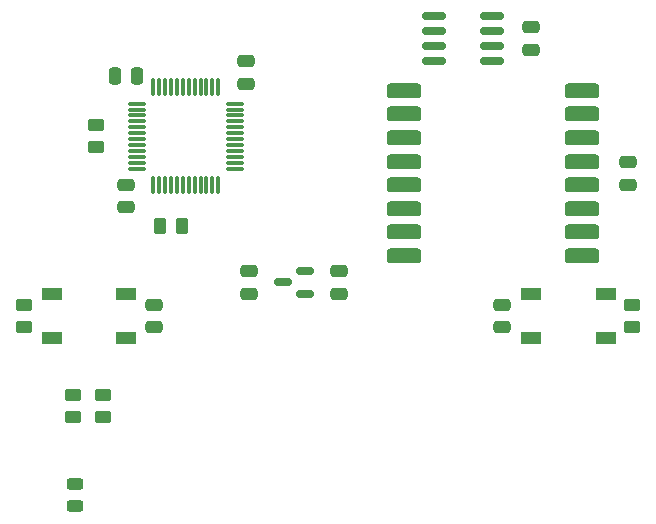
<source format=gbr>
%TF.GenerationSoftware,KiCad,Pcbnew,7.0.9*%
%TF.CreationDate,2023-12-31T17:17:44+01:00*%
%TF.ProjectId,power_switch,706f7765-725f-4737-9769-7463682e6b69,rev?*%
%TF.SameCoordinates,Original*%
%TF.FileFunction,Paste,Top*%
%TF.FilePolarity,Positive*%
%FSLAX46Y46*%
G04 Gerber Fmt 4.6, Leading zero omitted, Abs format (unit mm)*
G04 Created by KiCad (PCBNEW 7.0.9) date 2023-12-31 17:17:44*
%MOMM*%
%LPD*%
G01*
G04 APERTURE LIST*
G04 Aperture macros list*
%AMRoundRect*
0 Rectangle with rounded corners*
0 $1 Rounding radius*
0 $2 $3 $4 $5 $6 $7 $8 $9 X,Y pos of 4 corners*
0 Add a 4 corners polygon primitive as box body*
4,1,4,$2,$3,$4,$5,$6,$7,$8,$9,$2,$3,0*
0 Add four circle primitives for the rounded corners*
1,1,$1+$1,$2,$3*
1,1,$1+$1,$4,$5*
1,1,$1+$1,$6,$7*
1,1,$1+$1,$8,$9*
0 Add four rect primitives between the rounded corners*
20,1,$1+$1,$2,$3,$4,$5,0*
20,1,$1+$1,$4,$5,$6,$7,0*
20,1,$1+$1,$6,$7,$8,$9,0*
20,1,$1+$1,$8,$9,$2,$3,0*%
G04 Aperture macros list end*
%ADD10RoundRect,0.250000X-0.475000X0.250000X-0.475000X-0.250000X0.475000X-0.250000X0.475000X0.250000X0*%
%ADD11RoundRect,0.250000X-0.450000X0.262500X-0.450000X-0.262500X0.450000X-0.262500X0.450000X0.262500X0*%
%ADD12RoundRect,0.243750X0.456250X-0.243750X0.456250X0.243750X-0.456250X0.243750X-0.456250X-0.243750X0*%
%ADD13RoundRect,0.317500X-1.157500X-0.317500X1.157500X-0.317500X1.157500X0.317500X-1.157500X0.317500X0*%
%ADD14RoundRect,0.150000X0.587500X0.150000X-0.587500X0.150000X-0.587500X-0.150000X0.587500X-0.150000X0*%
%ADD15RoundRect,0.150000X-0.825000X-0.150000X0.825000X-0.150000X0.825000X0.150000X-0.825000X0.150000X0*%
%ADD16RoundRect,0.250000X0.475000X-0.250000X0.475000X0.250000X-0.475000X0.250000X-0.475000X-0.250000X0*%
%ADD17RoundRect,0.250000X0.450000X-0.262500X0.450000X0.262500X-0.450000X0.262500X-0.450000X-0.262500X0*%
%ADD18R,1.800000X1.100000*%
%ADD19RoundRect,0.250000X0.250000X0.475000X-0.250000X0.475000X-0.250000X-0.475000X0.250000X-0.475000X0*%
%ADD20RoundRect,0.075000X0.075000X-0.662500X0.075000X0.662500X-0.075000X0.662500X-0.075000X-0.662500X0*%
%ADD21RoundRect,0.075000X0.662500X-0.075000X0.662500X0.075000X-0.662500X0.075000X-0.662500X-0.075000X0*%
%ADD22RoundRect,0.250000X-0.262500X-0.450000X0.262500X-0.450000X0.262500X0.450000X-0.262500X0.450000X0*%
G04 APERTURE END LIST*
D10*
%TO.C,C7*%
X153670000Y-42865000D03*
X153670000Y-44765000D03*
%TD*%
%TO.C,C8*%
X111125000Y-44770000D03*
X111125000Y-46670000D03*
%TD*%
D11*
%TO.C,R1*%
X106680000Y-62587500D03*
X106680000Y-64412500D03*
%TD*%
D12*
%TO.C,D1*%
X106850000Y-71937500D03*
X106850000Y-70062500D03*
%TD*%
D13*
%TO.C,U4*%
X134715000Y-36800000D03*
X134715000Y-38800000D03*
X134715000Y-40800000D03*
X134715000Y-42800000D03*
X134715000Y-44800000D03*
X134715000Y-46800000D03*
X134715000Y-48800000D03*
X134715000Y-50800000D03*
X149765000Y-50800000D03*
X149765000Y-48800000D03*
X149765000Y-46800000D03*
X149765000Y-44800000D03*
X149765000Y-42800000D03*
X149765000Y-40800000D03*
X149765000Y-38800000D03*
X149765000Y-36800000D03*
%TD*%
D10*
%TO.C,C11*%
X143000000Y-54900000D03*
X143000000Y-56800000D03*
%TD*%
%TO.C,C4*%
X129213750Y-52070000D03*
X129213750Y-53970000D03*
%TD*%
D14*
%TO.C,U3*%
X126341250Y-53970000D03*
X126341250Y-52070000D03*
X124466250Y-53020000D03*
%TD*%
D15*
%TO.C,U5*%
X137225000Y-30480000D03*
X137225000Y-31750000D03*
X137225000Y-33020000D03*
X137225000Y-34290000D03*
X142175000Y-34290000D03*
X142175000Y-33020000D03*
X142175000Y-31750000D03*
X142175000Y-30480000D03*
%TD*%
D16*
%TO.C,C10*%
X121285000Y-36195000D03*
X121285000Y-34295000D03*
%TD*%
D17*
%TO.C,R7*%
X108585000Y-41552500D03*
X108585000Y-39727500D03*
%TD*%
%TO.C,R5*%
X109220000Y-64412500D03*
X109220000Y-62587500D03*
%TD*%
D18*
%TO.C,SW2*%
X151750000Y-57700000D03*
X145450000Y-57700000D03*
X151750000Y-54000000D03*
X145450000Y-54000000D03*
%TD*%
D19*
%TO.C,C9*%
X112075000Y-35560000D03*
X110175000Y-35560000D03*
%TD*%
D10*
%TO.C,C3*%
X121593750Y-52070000D03*
X121593750Y-53970000D03*
%TD*%
%TO.C,C12*%
X113500000Y-54900000D03*
X113500000Y-56800000D03*
%TD*%
D20*
%TO.C,U1*%
X113455000Y-44802500D03*
X113955000Y-44802500D03*
X114455000Y-44802500D03*
X114955000Y-44802500D03*
X115455000Y-44802500D03*
X115955000Y-44802500D03*
X116455000Y-44802500D03*
X116955000Y-44802500D03*
X117455000Y-44802500D03*
X117955000Y-44802500D03*
X118455000Y-44802500D03*
X118955000Y-44802500D03*
D21*
X120367500Y-43390000D03*
X120367500Y-42890000D03*
X120367500Y-42390000D03*
X120367500Y-41890000D03*
X120367500Y-41390000D03*
X120367500Y-40890000D03*
X120367500Y-40390000D03*
X120367500Y-39890000D03*
X120367500Y-39390000D03*
X120367500Y-38890000D03*
X120367500Y-38390000D03*
X120367500Y-37890000D03*
D20*
X118955000Y-36477500D03*
X118455000Y-36477500D03*
X117955000Y-36477500D03*
X117455000Y-36477500D03*
X116955000Y-36477500D03*
X116455000Y-36477500D03*
X115955000Y-36477500D03*
X115455000Y-36477500D03*
X114955000Y-36477500D03*
X114455000Y-36477500D03*
X113955000Y-36477500D03*
X113455000Y-36477500D03*
D21*
X112042500Y-37890000D03*
X112042500Y-38390000D03*
X112042500Y-38890000D03*
X112042500Y-39390000D03*
X112042500Y-39890000D03*
X112042500Y-40390000D03*
X112042500Y-40890000D03*
X112042500Y-41390000D03*
X112042500Y-41890000D03*
X112042500Y-42390000D03*
X112042500Y-42890000D03*
X112042500Y-43390000D03*
%TD*%
D22*
%TO.C,R6*%
X115847500Y-48260000D03*
X114022500Y-48260000D03*
%TD*%
D10*
%TO.C,C6*%
X145415000Y-31435000D03*
X145415000Y-33335000D03*
%TD*%
D18*
%TO.C,SW1*%
X104850000Y-54000000D03*
X111150000Y-54000000D03*
X104850000Y-57700000D03*
X111150000Y-57700000D03*
%TD*%
D11*
%TO.C,R8*%
X154000000Y-54937500D03*
X154000000Y-56762500D03*
%TD*%
%TO.C,R9*%
X102500000Y-54937500D03*
X102500000Y-56762500D03*
%TD*%
M02*

</source>
